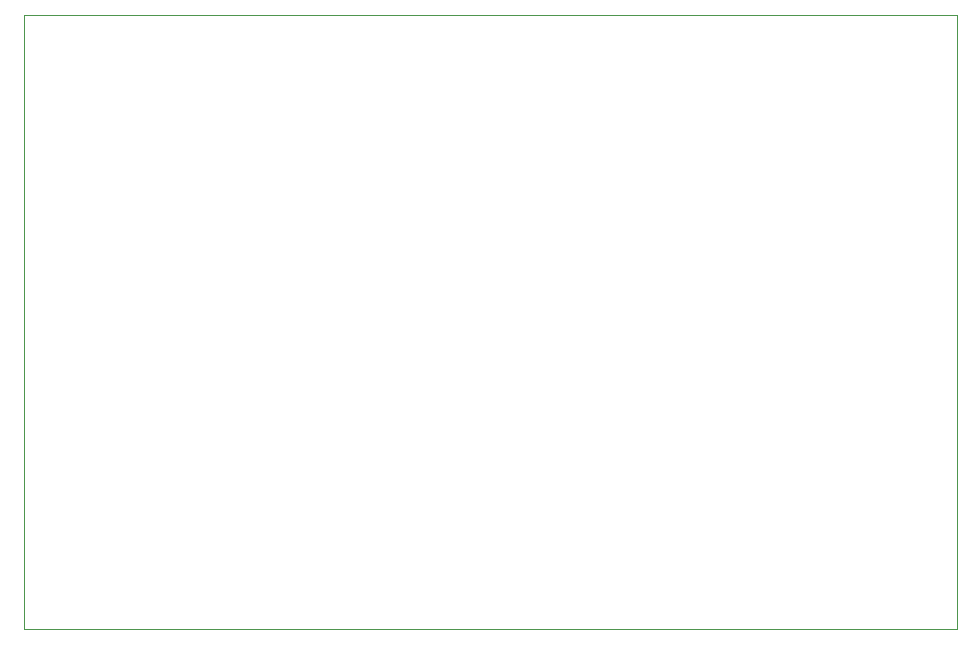
<source format=gbr>
G04 #@! TF.GenerationSoftware,KiCad,Pcbnew,9.0.2*
G04 #@! TF.CreationDate,2025-12-29T14:16:25-08:00*
G04 #@! TF.ProjectId,akshera,616b7368-6572-4612-9e6b-696361645f70,rev?*
G04 #@! TF.SameCoordinates,Original*
G04 #@! TF.FileFunction,Profile,NP*
%FSLAX46Y46*%
G04 Gerber Fmt 4.6, Leading zero omitted, Abs format (unit mm)*
G04 Created by KiCad (PCBNEW 9.0.2) date 2025-12-29 14:16:25*
%MOMM*%
%LPD*%
G01*
G04 APERTURE LIST*
G04 #@! TA.AperFunction,Profile*
%ADD10C,0.038100*%
G04 #@! TD*
G04 APERTURE END LIST*
D10*
X130000000Y-56000000D02*
X130000000Y-59000000D01*
X209000000Y-56000000D02*
X130000000Y-56000000D01*
X209000000Y-108000000D02*
X209000000Y-56000000D01*
X130000000Y-108000000D02*
X209000000Y-108000000D01*
X130000000Y-59000000D02*
X130000000Y-108000000D01*
M02*

</source>
